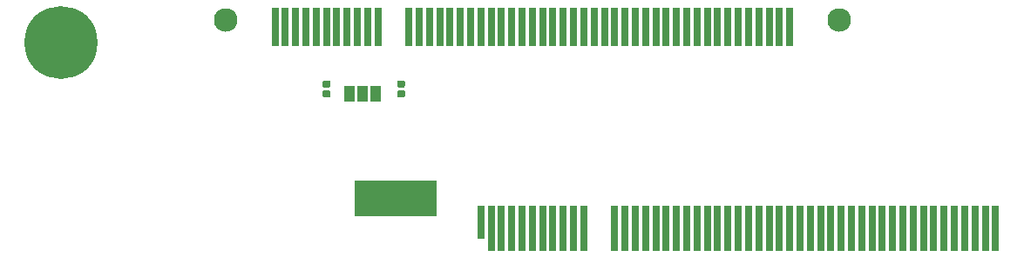
<source format=gbs>
%TF.GenerationSoftware,KiCad,Pcbnew,5.1.5+dfsg1-2build2*%
%TF.CreationDate,2020-11-04T23:41:29+01:00*%
%TF.ProjectId,HPE_FlexibleLOM_adapter_x4,4850455f-466c-4657-9869-626c654c4f4d,1.0 11.2020*%
%TF.SameCoordinates,Original*%
%TF.FileFunction,Soldermask,Bot*%
%TF.FilePolarity,Negative*%
%FSLAX46Y46*%
G04 Gerber Fmt 4.6, Leading zero omitted, Abs format (unit mm)*
G04 Created by KiCad (PCBNEW 5.1.5+dfsg1-2build2) date 2020-11-04 23:41:29*
%MOMM*%
%LPD*%
G04 APERTURE LIST*
%ADD10C,0.100000*%
%ADD11C,7.100000*%
%ADD12C,0.900000*%
%ADD13C,2.300000*%
%ADD14R,0.800000X3.700000*%
%ADD15R,0.800000X4.400000*%
%ADD16R,0.800000X3.300000*%
%ADD17R,1.100000X1.600000*%
G04 APERTURE END LIST*
D10*
G36*
X115700000Y-121650000D02*
G01*
X107700000Y-121650000D01*
X107700000Y-118200000D01*
X115700000Y-118200000D01*
X115700000Y-121650000D01*
G37*
D11*
%TO.C,REF\002A\002A*%
X79200000Y-104750000D03*
D12*
X81825000Y-104750000D03*
X81056155Y-106606155D03*
X79200000Y-107375000D03*
X77343845Y-106606155D03*
X76575000Y-104750000D03*
X77343845Y-102893845D03*
X79200000Y-102125000D03*
X81056155Y-102893845D03*
%TD*%
D13*
%TO.C,J2*%
X95200000Y-102500000D03*
D14*
X100000000Y-103200000D03*
D13*
X154800000Y-102500000D03*
D14*
X113000000Y-103200000D03*
X114000000Y-103200000D03*
X115000000Y-103200000D03*
X116000000Y-103200000D03*
X117000000Y-103200000D03*
X118000000Y-103200000D03*
X119000000Y-103200000D03*
X120000000Y-103200000D03*
X121000000Y-103200000D03*
X122000000Y-103200000D03*
X123000000Y-103200000D03*
X124000000Y-103200000D03*
X125000000Y-103200000D03*
X126000000Y-103200000D03*
X127000000Y-103200000D03*
X128000000Y-103200000D03*
X129000000Y-103200000D03*
X130000000Y-103200000D03*
X131000000Y-103200000D03*
X132000000Y-103200000D03*
X133000000Y-103200000D03*
X134000000Y-103200000D03*
X135000000Y-103200000D03*
X136000000Y-103200000D03*
X137000000Y-103200000D03*
X138000000Y-103200000D03*
X139000000Y-103200000D03*
X140000000Y-103200000D03*
X141000000Y-103200000D03*
X142000000Y-103200000D03*
X143000000Y-103200000D03*
X144000000Y-103200000D03*
X145000000Y-103200000D03*
X146000000Y-103200000D03*
X147000000Y-103200000D03*
X148000000Y-103200000D03*
X149000000Y-103200000D03*
X150000000Y-103200000D03*
X101000000Y-103200000D03*
X102000000Y-103200000D03*
X103000000Y-103200000D03*
X104000000Y-103200000D03*
X105000000Y-103200000D03*
X106000000Y-103200000D03*
X107000000Y-103200000D03*
X108000000Y-103200000D03*
X109000000Y-103200000D03*
X110000000Y-103200000D03*
%TD*%
D15*
%TO.C,J1*%
X170000000Y-122850000D03*
X169000000Y-122850000D03*
X168000000Y-122850000D03*
X167000000Y-122850000D03*
X166000000Y-122850000D03*
X165000000Y-122850000D03*
X164000000Y-122850000D03*
X163000000Y-122850000D03*
X134000000Y-122850000D03*
X133000000Y-122850000D03*
X139000000Y-122850000D03*
X138000000Y-122850000D03*
X137000000Y-122850000D03*
X136000000Y-122850000D03*
X135000000Y-122850000D03*
X130000000Y-122850000D03*
X129000000Y-122850000D03*
X128000000Y-122850000D03*
X127000000Y-122850000D03*
X126000000Y-122850000D03*
X125000000Y-122850000D03*
X124000000Y-122850000D03*
X123000000Y-122850000D03*
X122000000Y-122850000D03*
X121000000Y-122850000D03*
D16*
X120000000Y-122300000D03*
D15*
X140000000Y-122850000D03*
X141000000Y-122850000D03*
X142000000Y-122850000D03*
X143000000Y-122850000D03*
X144000000Y-122850000D03*
X145000000Y-122850000D03*
X146000000Y-122850000D03*
X147000000Y-122850000D03*
X148000000Y-122850000D03*
X149000000Y-122850000D03*
X150000000Y-122850000D03*
X151000000Y-122850000D03*
X152000000Y-122850000D03*
X153000000Y-122850000D03*
X154000000Y-122850000D03*
X155000000Y-122850000D03*
X156000000Y-122850000D03*
X157000000Y-122850000D03*
X158000000Y-122850000D03*
X159000000Y-122850000D03*
X160000000Y-122850000D03*
X161000000Y-122850000D03*
X162000000Y-122850000D03*
%TD*%
D10*
%TO.C,R2*%
G36*
X112464408Y-108420831D02*
G01*
X112481153Y-108423315D01*
X112497574Y-108427428D01*
X112513513Y-108433131D01*
X112528816Y-108440369D01*
X112543336Y-108449071D01*
X112556933Y-108459156D01*
X112569476Y-108470524D01*
X112580844Y-108483067D01*
X112590929Y-108496664D01*
X112599631Y-108511184D01*
X112606869Y-108526487D01*
X112612572Y-108542426D01*
X112616685Y-108558847D01*
X112619169Y-108575592D01*
X112620000Y-108592500D01*
X112620000Y-108937500D01*
X112619169Y-108954408D01*
X112616685Y-108971153D01*
X112612572Y-108987574D01*
X112606869Y-109003513D01*
X112599631Y-109018816D01*
X112590929Y-109033336D01*
X112580844Y-109046933D01*
X112569476Y-109059476D01*
X112556933Y-109070844D01*
X112543336Y-109080929D01*
X112528816Y-109089631D01*
X112513513Y-109096869D01*
X112497574Y-109102572D01*
X112481153Y-109106685D01*
X112464408Y-109109169D01*
X112447500Y-109110000D01*
X112052500Y-109110000D01*
X112035592Y-109109169D01*
X112018847Y-109106685D01*
X112002426Y-109102572D01*
X111986487Y-109096869D01*
X111971184Y-109089631D01*
X111956664Y-109080929D01*
X111943067Y-109070844D01*
X111930524Y-109059476D01*
X111919156Y-109046933D01*
X111909071Y-109033336D01*
X111900369Y-109018816D01*
X111893131Y-109003513D01*
X111887428Y-108987574D01*
X111883315Y-108971153D01*
X111880831Y-108954408D01*
X111880000Y-108937500D01*
X111880000Y-108592500D01*
X111880831Y-108575592D01*
X111883315Y-108558847D01*
X111887428Y-108542426D01*
X111893131Y-108526487D01*
X111900369Y-108511184D01*
X111909071Y-108496664D01*
X111919156Y-108483067D01*
X111930524Y-108470524D01*
X111943067Y-108459156D01*
X111956664Y-108449071D01*
X111971184Y-108440369D01*
X111986487Y-108433131D01*
X112002426Y-108427428D01*
X112018847Y-108423315D01*
X112035592Y-108420831D01*
X112052500Y-108420000D01*
X112447500Y-108420000D01*
X112464408Y-108420831D01*
G37*
G36*
X112464408Y-109390831D02*
G01*
X112481153Y-109393315D01*
X112497574Y-109397428D01*
X112513513Y-109403131D01*
X112528816Y-109410369D01*
X112543336Y-109419071D01*
X112556933Y-109429156D01*
X112569476Y-109440524D01*
X112580844Y-109453067D01*
X112590929Y-109466664D01*
X112599631Y-109481184D01*
X112606869Y-109496487D01*
X112612572Y-109512426D01*
X112616685Y-109528847D01*
X112619169Y-109545592D01*
X112620000Y-109562500D01*
X112620000Y-109907500D01*
X112619169Y-109924408D01*
X112616685Y-109941153D01*
X112612572Y-109957574D01*
X112606869Y-109973513D01*
X112599631Y-109988816D01*
X112590929Y-110003336D01*
X112580844Y-110016933D01*
X112569476Y-110029476D01*
X112556933Y-110040844D01*
X112543336Y-110050929D01*
X112528816Y-110059631D01*
X112513513Y-110066869D01*
X112497574Y-110072572D01*
X112481153Y-110076685D01*
X112464408Y-110079169D01*
X112447500Y-110080000D01*
X112052500Y-110080000D01*
X112035592Y-110079169D01*
X112018847Y-110076685D01*
X112002426Y-110072572D01*
X111986487Y-110066869D01*
X111971184Y-110059631D01*
X111956664Y-110050929D01*
X111943067Y-110040844D01*
X111930524Y-110029476D01*
X111919156Y-110016933D01*
X111909071Y-110003336D01*
X111900369Y-109988816D01*
X111893131Y-109973513D01*
X111887428Y-109957574D01*
X111883315Y-109941153D01*
X111880831Y-109924408D01*
X111880000Y-109907500D01*
X111880000Y-109562500D01*
X111880831Y-109545592D01*
X111883315Y-109528847D01*
X111887428Y-109512426D01*
X111893131Y-109496487D01*
X111900369Y-109481184D01*
X111909071Y-109466664D01*
X111919156Y-109453067D01*
X111930524Y-109440524D01*
X111943067Y-109429156D01*
X111956664Y-109419071D01*
X111971184Y-109410369D01*
X111986487Y-109403131D01*
X112002426Y-109397428D01*
X112018847Y-109393315D01*
X112035592Y-109390831D01*
X112052500Y-109390000D01*
X112447500Y-109390000D01*
X112464408Y-109390831D01*
G37*
%TD*%
D17*
%TO.C,JP3*%
X108500000Y-109750000D03*
X109800000Y-109750000D03*
X107200000Y-109750000D03*
%TD*%
D10*
%TO.C,R1*%
G36*
X105214408Y-108420831D02*
G01*
X105231153Y-108423315D01*
X105247574Y-108427428D01*
X105263513Y-108433131D01*
X105278816Y-108440369D01*
X105293336Y-108449071D01*
X105306933Y-108459156D01*
X105319476Y-108470524D01*
X105330844Y-108483067D01*
X105340929Y-108496664D01*
X105349631Y-108511184D01*
X105356869Y-108526487D01*
X105362572Y-108542426D01*
X105366685Y-108558847D01*
X105369169Y-108575592D01*
X105370000Y-108592500D01*
X105370000Y-108937500D01*
X105369169Y-108954408D01*
X105366685Y-108971153D01*
X105362572Y-108987574D01*
X105356869Y-109003513D01*
X105349631Y-109018816D01*
X105340929Y-109033336D01*
X105330844Y-109046933D01*
X105319476Y-109059476D01*
X105306933Y-109070844D01*
X105293336Y-109080929D01*
X105278816Y-109089631D01*
X105263513Y-109096869D01*
X105247574Y-109102572D01*
X105231153Y-109106685D01*
X105214408Y-109109169D01*
X105197500Y-109110000D01*
X104802500Y-109110000D01*
X104785592Y-109109169D01*
X104768847Y-109106685D01*
X104752426Y-109102572D01*
X104736487Y-109096869D01*
X104721184Y-109089631D01*
X104706664Y-109080929D01*
X104693067Y-109070844D01*
X104680524Y-109059476D01*
X104669156Y-109046933D01*
X104659071Y-109033336D01*
X104650369Y-109018816D01*
X104643131Y-109003513D01*
X104637428Y-108987574D01*
X104633315Y-108971153D01*
X104630831Y-108954408D01*
X104630000Y-108937500D01*
X104630000Y-108592500D01*
X104630831Y-108575592D01*
X104633315Y-108558847D01*
X104637428Y-108542426D01*
X104643131Y-108526487D01*
X104650369Y-108511184D01*
X104659071Y-108496664D01*
X104669156Y-108483067D01*
X104680524Y-108470524D01*
X104693067Y-108459156D01*
X104706664Y-108449071D01*
X104721184Y-108440369D01*
X104736487Y-108433131D01*
X104752426Y-108427428D01*
X104768847Y-108423315D01*
X104785592Y-108420831D01*
X104802500Y-108420000D01*
X105197500Y-108420000D01*
X105214408Y-108420831D01*
G37*
G36*
X105214408Y-109390831D02*
G01*
X105231153Y-109393315D01*
X105247574Y-109397428D01*
X105263513Y-109403131D01*
X105278816Y-109410369D01*
X105293336Y-109419071D01*
X105306933Y-109429156D01*
X105319476Y-109440524D01*
X105330844Y-109453067D01*
X105340929Y-109466664D01*
X105349631Y-109481184D01*
X105356869Y-109496487D01*
X105362572Y-109512426D01*
X105366685Y-109528847D01*
X105369169Y-109545592D01*
X105370000Y-109562500D01*
X105370000Y-109907500D01*
X105369169Y-109924408D01*
X105366685Y-109941153D01*
X105362572Y-109957574D01*
X105356869Y-109973513D01*
X105349631Y-109988816D01*
X105340929Y-110003336D01*
X105330844Y-110016933D01*
X105319476Y-110029476D01*
X105306933Y-110040844D01*
X105293336Y-110050929D01*
X105278816Y-110059631D01*
X105263513Y-110066869D01*
X105247574Y-110072572D01*
X105231153Y-110076685D01*
X105214408Y-110079169D01*
X105197500Y-110080000D01*
X104802500Y-110080000D01*
X104785592Y-110079169D01*
X104768847Y-110076685D01*
X104752426Y-110072572D01*
X104736487Y-110066869D01*
X104721184Y-110059631D01*
X104706664Y-110050929D01*
X104693067Y-110040844D01*
X104680524Y-110029476D01*
X104669156Y-110016933D01*
X104659071Y-110003336D01*
X104650369Y-109988816D01*
X104643131Y-109973513D01*
X104637428Y-109957574D01*
X104633315Y-109941153D01*
X104630831Y-109924408D01*
X104630000Y-109907500D01*
X104630000Y-109562500D01*
X104630831Y-109545592D01*
X104633315Y-109528847D01*
X104637428Y-109512426D01*
X104643131Y-109496487D01*
X104650369Y-109481184D01*
X104659071Y-109466664D01*
X104669156Y-109453067D01*
X104680524Y-109440524D01*
X104693067Y-109429156D01*
X104706664Y-109419071D01*
X104721184Y-109410369D01*
X104736487Y-109403131D01*
X104752426Y-109397428D01*
X104768847Y-109393315D01*
X104785592Y-109390831D01*
X104802500Y-109390000D01*
X105197500Y-109390000D01*
X105214408Y-109390831D01*
G37*
%TD*%
M02*

</source>
